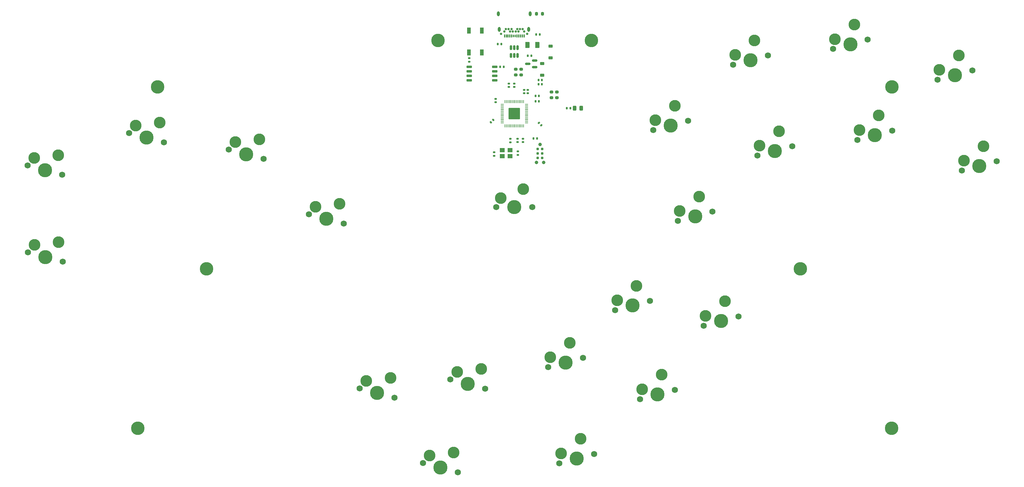
<source format=gts>
G04 #@! TF.GenerationSoftware,KiCad,Pcbnew,(7.0.0)*
G04 #@! TF.CreationDate,2023-05-22T16:41:53-07:00*
G04 #@! TF.ProjectId,OpenRectangle,4f70656e-5265-4637-9461-6e676c652e6b,rev?*
G04 #@! TF.SameCoordinates,Original*
G04 #@! TF.FileFunction,Soldermask,Top*
G04 #@! TF.FilePolarity,Negative*
%FSLAX46Y46*%
G04 Gerber Fmt 4.6, Leading zero omitted, Abs format (unit mm)*
G04 Created by KiCad (PCBNEW (7.0.0)) date 2023-05-22 16:41:53*
%MOMM*%
%LPD*%
G01*
G04 APERTURE LIST*
G04 Aperture macros list*
%AMRoundRect*
0 Rectangle with rounded corners*
0 $1 Rounding radius*
0 $2 $3 $4 $5 $6 $7 $8 $9 X,Y pos of 4 corners*
0 Add a 4 corners polygon primitive as box body*
4,1,4,$2,$3,$4,$5,$6,$7,$8,$9,$2,$3,0*
0 Add four circle primitives for the rounded corners*
1,1,$1+$1,$2,$3*
1,1,$1+$1,$4,$5*
1,1,$1+$1,$6,$7*
1,1,$1+$1,$8,$9*
0 Add four rect primitives between the rounded corners*
20,1,$1+$1,$2,$3,$4,$5,0*
20,1,$1+$1,$4,$5,$6,$7,0*
20,1,$1+$1,$6,$7,$8,$9,0*
20,1,$1+$1,$8,$9,$2,$3,0*%
G04 Aperture macros list end*
%ADD10C,3.800000*%
%ADD11C,1.750000*%
%ADD12C,3.987800*%
%ADD13R,1.100000X1.800000*%
%ADD14RoundRect,0.140000X0.170000X-0.140000X0.170000X0.140000X-0.170000X0.140000X-0.170000X-0.140000X0*%
%ADD15RoundRect,0.200000X-0.275000X0.200000X-0.275000X-0.200000X0.275000X-0.200000X0.275000X0.200000X0*%
%ADD16RoundRect,0.150000X0.587500X0.150000X-0.587500X0.150000X-0.587500X-0.150000X0.587500X-0.150000X0*%
%ADD17RoundRect,0.140000X0.140000X0.170000X-0.140000X0.170000X-0.140000X-0.170000X0.140000X-0.170000X0*%
%ADD18RoundRect,0.200000X0.275000X-0.200000X0.275000X0.200000X-0.275000X0.200000X-0.275000X-0.200000X0*%
%ADD19RoundRect,0.135000X-0.135000X-0.185000X0.135000X-0.185000X0.135000X0.185000X-0.135000X0.185000X0*%
%ADD20RoundRect,0.140000X-0.219203X-0.021213X-0.021213X-0.219203X0.219203X0.021213X0.021213X0.219203X0*%
%ADD21RoundRect,0.135000X0.135000X0.185000X-0.135000X0.185000X-0.135000X-0.185000X0.135000X-0.185000X0*%
%ADD22R,1.400000X1.200000*%
%ADD23RoundRect,0.140000X-0.021213X0.219203X-0.219203X0.021213X0.021213X-0.219203X0.219203X-0.021213X0*%
%ADD24RoundRect,0.250000X-0.375000X-0.625000X0.375000X-0.625000X0.375000X0.625000X-0.375000X0.625000X0*%
%ADD25RoundRect,0.225000X0.375000X-0.225000X0.375000X0.225000X-0.375000X0.225000X-0.375000X-0.225000X0*%
%ADD26RoundRect,0.200000X0.200000X0.275000X-0.200000X0.275000X-0.200000X-0.275000X0.200000X-0.275000X0*%
%ADD27RoundRect,0.140000X-0.140000X-0.170000X0.140000X-0.170000X0.140000X0.170000X-0.140000X0.170000X0*%
%ADD28RoundRect,0.243750X0.243750X0.456250X-0.243750X0.456250X-0.243750X-0.456250X0.243750X-0.456250X0*%
%ADD29RoundRect,0.135000X0.185000X-0.135000X0.185000X0.135000X-0.185000X0.135000X-0.185000X-0.135000X0*%
%ADD30RoundRect,0.140000X-0.170000X0.140000X-0.170000X-0.140000X0.170000X-0.140000X0.170000X0.140000X0*%
%ADD31RoundRect,0.135000X-0.185000X0.135000X-0.185000X-0.135000X0.185000X-0.135000X0.185000X0.135000X0*%
%ADD32C,0.990600*%
%ADD33C,0.787400*%
%ADD34RoundRect,0.050000X-0.387500X-0.050000X0.387500X-0.050000X0.387500X0.050000X-0.387500X0.050000X0*%
%ADD35RoundRect,0.050000X-0.050000X-0.387500X0.050000X-0.387500X0.050000X0.387500X-0.050000X0.387500X0*%
%ADD36RoundRect,0.144000X-1.456000X-1.456000X1.456000X-1.456000X1.456000X1.456000X-1.456000X1.456000X0*%
%ADD37RoundRect,0.150000X-0.150000X0.512500X-0.150000X-0.512500X0.150000X-0.512500X0.150000X0.512500X0*%
%ADD38C,0.650000*%
%ADD39R,0.300000X0.900000*%
%ADD40R,0.300000X0.700000*%
%ADD41O,0.800000X1.400000*%
%ADD42RoundRect,0.150000X-0.650000X-0.150000X0.650000X-0.150000X0.650000X0.150000X-0.650000X0.150000X0*%
%ADD43C,3.300000*%
G04 APERTURE END LIST*
D10*
X279275000Y-98760000D03*
X305060000Y-47313383D03*
D11*
X327742471Y-42697106D03*
D12*
X322835568Y-44011907D03*
D11*
X317928665Y-45326708D03*
X254489870Y-82578572D03*
D12*
X249582967Y-83893373D03*
D11*
X244676064Y-85208174D03*
X305158570Y-59663744D03*
D12*
X300251667Y-60978545D03*
D11*
X295344764Y-62293346D03*
X261782026Y-112162746D03*
D12*
X256875123Y-113477547D03*
D11*
X251968220Y-114792348D03*
D13*
X189459999Y-31399999D03*
X189459999Y-37599999D03*
X185759999Y-31399999D03*
X185759999Y-37599999D03*
D10*
X111765000Y-98760000D03*
D14*
X193344750Y-51676018D03*
X193344750Y-50716018D03*
D15*
X209030000Y-48780000D03*
X209030000Y-50430000D03*
D11*
X127836345Y-67688339D03*
D12*
X122929442Y-66373538D03*
D11*
X118022539Y-65058737D03*
X182618206Y-156222187D03*
D12*
X177711303Y-154907386D03*
D11*
X172804400Y-153592585D03*
X71102880Y-72186923D03*
D12*
X66195977Y-70872122D03*
D11*
X61289074Y-69557321D03*
X298262576Y-33994532D03*
D12*
X293355673Y-35309333D03*
D11*
X288448770Y-36624134D03*
D16*
X204290000Y-41770000D03*
X204290000Y-39870000D03*
X202415000Y-40820000D03*
D17*
X203380000Y-38580000D03*
X202420000Y-38580000D03*
D18*
X210570000Y-50425000D03*
X210570000Y-48775000D03*
D19*
X213350000Y-53360000D03*
X214370000Y-53360000D03*
D11*
X276999756Y-64128928D03*
D12*
X272092853Y-65443729D03*
D11*
X267185950Y-66758530D03*
X217983085Y-123898637D03*
D12*
X213076182Y-125213438D03*
D11*
X208169279Y-126528239D03*
D20*
X205546589Y-57476482D03*
X206225411Y-58155304D03*
D21*
X194940000Y-35230000D03*
X193920000Y-35230000D03*
D10*
X92395000Y-143800000D03*
D11*
X190380000Y-132580000D03*
D12*
X185473097Y-131265199D03*
D11*
X180566194Y-129950398D03*
D22*
X197393999Y-65189249D03*
X195193999Y-65189249D03*
X195193999Y-66889249D03*
X197393999Y-66889249D03*
D23*
X192668161Y-56698607D03*
X191989339Y-57377429D03*
D11*
X203658500Y-81326866D03*
D12*
X198578500Y-81326866D03*
D11*
X193498500Y-81326866D03*
D14*
X199567750Y-66535018D03*
X199567750Y-65575018D03*
D24*
X202310000Y-35460000D03*
X205110000Y-35460000D03*
D25*
X208830000Y-39130000D03*
X208830000Y-35830000D03*
D26*
X206520000Y-26720000D03*
X204870000Y-26720000D03*
D17*
X206400000Y-45425000D03*
X205440000Y-45425000D03*
D27*
X205440000Y-46625000D03*
X206400000Y-46625000D03*
D28*
X217425000Y-53350000D03*
X215550000Y-53350000D03*
D14*
X201345750Y-49136018D03*
X201345750Y-48176018D03*
D29*
X197437000Y-62993250D03*
X197437000Y-61973250D03*
D30*
X200993000Y-62003250D03*
X200993000Y-62963250D03*
D27*
X204577000Y-49910250D03*
X205537000Y-49910250D03*
D11*
X71246229Y-96716953D03*
D12*
X66339326Y-95402152D03*
D11*
X61432423Y-94087351D03*
X247594135Y-56910326D03*
D12*
X242687232Y-58225127D03*
D11*
X237780329Y-59539928D03*
D14*
X202361750Y-49136018D03*
X202361750Y-48176018D03*
D27*
X194620000Y-41640000D03*
X195580000Y-41640000D03*
D30*
X192865000Y-65829018D03*
X192865000Y-66789018D03*
D11*
X236815468Y-107794159D03*
D12*
X231908565Y-109108960D03*
D11*
X227001662Y-110423761D03*
X164784598Y-135118417D03*
D12*
X159877695Y-133803616D03*
D11*
X154970792Y-132488815D03*
D15*
X200540000Y-42315000D03*
X200540000Y-43965000D03*
D11*
X150458438Y-85927864D03*
D12*
X145551535Y-84613063D03*
D11*
X140644632Y-83298262D03*
D31*
X185850000Y-39210000D03*
X185850000Y-40230000D03*
D10*
X98000000Y-47313383D03*
D11*
X270103762Y-38459716D03*
D12*
X265196859Y-39774517D03*
D11*
X260289956Y-41089318D03*
X99741012Y-62982380D03*
D12*
X94834109Y-61667579D03*
D11*
X89927206Y-60352778D03*
D15*
X199010000Y-42315000D03*
X199010000Y-43965000D03*
D14*
X198580000Y-47342250D03*
X198580000Y-46382250D03*
D32*
X205850000Y-63580000D03*
X206866000Y-68660000D03*
X204834000Y-68660000D03*
D33*
X205215000Y-64850000D03*
X206485000Y-64850000D03*
X205215000Y-66120000D03*
X206485000Y-66120000D03*
X205215000Y-67390000D03*
X206485000Y-67390000D03*
D25*
X206450000Y-44060000D03*
X206450000Y-40760000D03*
D10*
X304995000Y-143800000D03*
D30*
X199469000Y-62003250D03*
X199469000Y-62963250D03*
D11*
X221054357Y-151021034D03*
D12*
X216147454Y-152335835D03*
D11*
X211240551Y-153650636D03*
D34*
X195142500Y-52295000D03*
X195142500Y-52695000D03*
X195142500Y-53095000D03*
X195142500Y-53495000D03*
X195142500Y-53895000D03*
X195142500Y-54295000D03*
X195142500Y-54695000D03*
X195142500Y-55095000D03*
X195142500Y-55495000D03*
X195142500Y-55895000D03*
X195142500Y-56295000D03*
X195142500Y-56695000D03*
X195142500Y-57095000D03*
X195142500Y-57495000D03*
D35*
X195980000Y-58332500D03*
X196380000Y-58332500D03*
X196780000Y-58332500D03*
X197180000Y-58332500D03*
X197580000Y-58332500D03*
X197980000Y-58332500D03*
X198380000Y-58332500D03*
X198780000Y-58332500D03*
X199180000Y-58332500D03*
X199580000Y-58332500D03*
X199980000Y-58332500D03*
X200380000Y-58332500D03*
X200780000Y-58332500D03*
X201180000Y-58332500D03*
D34*
X202017500Y-57495000D03*
X202017500Y-57095000D03*
X202017500Y-56695000D03*
X202017500Y-56295000D03*
X202017500Y-55895000D03*
X202017500Y-55495000D03*
X202017500Y-55095000D03*
X202017500Y-54695000D03*
X202017500Y-54295000D03*
X202017500Y-53895000D03*
X202017500Y-53495000D03*
X202017500Y-53095000D03*
X202017500Y-52695000D03*
X202017500Y-52295000D03*
D35*
X201180000Y-51457500D03*
X200780000Y-51457500D03*
X200380000Y-51457500D03*
X199980000Y-51457500D03*
X199580000Y-51457500D03*
X199180000Y-51457500D03*
X198780000Y-51457500D03*
X198380000Y-51457500D03*
X197980000Y-51457500D03*
X197580000Y-51457500D03*
X197180000Y-51457500D03*
X196780000Y-51457500D03*
X196380000Y-51457500D03*
X195980000Y-51457500D03*
D36*
X198580000Y-54895000D03*
D14*
X197056000Y-47342250D03*
X197056000Y-46382250D03*
D11*
X243886740Y-132916556D03*
D12*
X238979837Y-134231357D03*
D11*
X234072934Y-135546158D03*
D10*
X220290000Y-34240000D03*
X177100000Y-34240000D03*
D11*
X334638465Y-68366318D03*
D12*
X329731562Y-69681119D03*
D11*
X324824659Y-70995920D03*
D21*
X205010000Y-61930000D03*
X203990000Y-61930000D03*
D37*
X199530000Y-36212500D03*
X198580000Y-36212500D03*
X197630000Y-36212500D03*
X197630000Y-38487500D03*
X198580000Y-38487500D03*
X199530000Y-38487500D03*
D27*
X204577000Y-51434250D03*
X205537000Y-51434250D03*
D19*
X204750000Y-32570000D03*
X205770000Y-32570000D03*
D38*
X202178500Y-32360000D03*
X194828500Y-32360000D03*
D39*
X201328499Y-32919999D03*
X200828499Y-32919999D03*
X200328499Y-32919999D03*
X199828499Y-32919999D03*
X199328499Y-32919999D03*
D40*
X198828499Y-32919999D03*
X198328499Y-32919999D03*
D39*
X197828499Y-32919999D03*
X197328499Y-32919999D03*
X196828499Y-32919999D03*
X196328499Y-32919999D03*
X195828499Y-32919999D03*
D38*
X195778500Y-31710000D03*
X196178500Y-31010000D03*
X196978500Y-31010000D03*
X197378500Y-31710000D03*
X197778500Y-31010000D03*
X198178500Y-31710000D03*
X198978500Y-31710000D03*
X199378500Y-31010000D03*
X199778500Y-31710000D03*
X200178500Y-31010000D03*
X200978500Y-31010000D03*
X201378500Y-31710000D03*
D41*
X203068499Y-26719999D03*
X202633499Y-31109999D03*
X194373499Y-31109999D03*
X194088499Y-26719999D03*
D42*
X185850000Y-41645000D03*
X185850000Y-42915000D03*
X185850000Y-44185000D03*
X185850000Y-45455000D03*
X193050000Y-45455000D03*
X193050000Y-44185000D03*
X193050000Y-42915000D03*
X193050000Y-41645000D03*
D11*
X71102880Y-72186923D03*
D12*
X66195977Y-70872122D03*
D11*
X61289074Y-69557321D03*
D43*
X63173200Y-67432570D03*
X69964229Y-66622619D03*
D11*
X247594135Y-56910326D03*
D12*
X242687232Y-58225127D03*
D11*
X237780329Y-59539928D03*
D43*
X238349654Y-56757776D03*
X243825883Y-52660823D03*
D11*
X254489870Y-82578572D03*
D12*
X249582967Y-83893373D03*
D11*
X244676064Y-85208174D03*
D43*
X245245389Y-82426022D03*
X250721618Y-78329069D03*
D11*
X203658500Y-81326866D03*
D12*
X198578500Y-81326866D03*
D11*
X193498500Y-81326866D03*
D43*
X194768500Y-78786866D03*
X201118500Y-76246866D03*
D11*
X217983085Y-123898637D03*
D12*
X213076182Y-125213438D03*
D11*
X208169279Y-126528239D03*
D43*
X208738604Y-123746087D03*
X214214833Y-119649134D03*
D11*
X99741012Y-62982380D03*
D12*
X94834109Y-61667579D03*
D11*
X89927206Y-60352778D03*
D43*
X91811332Y-58228027D03*
X98602361Y-57418076D03*
D11*
X261782026Y-112162746D03*
D12*
X256875123Y-113477547D03*
D11*
X251968220Y-114792348D03*
D43*
X252537545Y-112010196D03*
X258013774Y-107913243D03*
D11*
X150458438Y-85927864D03*
D12*
X145551535Y-84613063D03*
D11*
X140644632Y-83298262D03*
D43*
X142528758Y-81173511D03*
X149319787Y-80363560D03*
D11*
X71208651Y-96744304D03*
D12*
X66301748Y-95429503D03*
D11*
X61394845Y-94114702D03*
D43*
X63278971Y-91989951D03*
X70070000Y-91180000D03*
D11*
X270103762Y-38459716D03*
D12*
X265196859Y-39774517D03*
D11*
X260289956Y-41089318D03*
D43*
X260859281Y-38307166D03*
X266335510Y-34210213D03*
D11*
X127836345Y-67688339D03*
D12*
X122929442Y-66373538D03*
D11*
X118022539Y-65058737D03*
D43*
X119906665Y-62933986D03*
X126697694Y-62124035D03*
D11*
X221054357Y-151021034D03*
D12*
X216147454Y-152335835D03*
D11*
X211240551Y-153650636D03*
D43*
X211809876Y-150868484D03*
X217286105Y-146771531D03*
D11*
X182618206Y-156222187D03*
D12*
X177711303Y-154907386D03*
D11*
X172804400Y-153592585D03*
D43*
X174688526Y-151467834D03*
X181479555Y-150657883D03*
D11*
X164784598Y-135118417D03*
D12*
X159877695Y-133803616D03*
D11*
X154970792Y-132488815D03*
D43*
X156854918Y-130364064D03*
X163645947Y-129554113D03*
D11*
X305158570Y-59663744D03*
D12*
X300251667Y-60978545D03*
D11*
X295344764Y-62293346D03*
D43*
X295914089Y-59511194D03*
X301390318Y-55414241D03*
D11*
X327742471Y-42697106D03*
D12*
X322835568Y-44011907D03*
D11*
X317928665Y-45326708D03*
D43*
X318497990Y-42544556D03*
X323974219Y-38447603D03*
D11*
X243886740Y-132916556D03*
D12*
X238979837Y-134231357D03*
D11*
X234072934Y-135546158D03*
D43*
X234642259Y-132764006D03*
X240118488Y-128667053D03*
D11*
X276999756Y-64128928D03*
D12*
X272092853Y-65443729D03*
D11*
X267185950Y-66758530D03*
D43*
X267755275Y-63976378D03*
X273231504Y-59879425D03*
D11*
X334638465Y-68366318D03*
D12*
X329731562Y-69681119D03*
D11*
X324824659Y-70995920D03*
D43*
X325393984Y-68213768D03*
X330870213Y-64116815D03*
D11*
X298262576Y-33994532D03*
D12*
X293355673Y-35309333D03*
D11*
X288448770Y-36624134D03*
D43*
X289018095Y-33841982D03*
X294494324Y-29745029D03*
D11*
X190385554Y-132579105D03*
D12*
X185478651Y-131264304D03*
D11*
X180571748Y-129949503D03*
D43*
X182455874Y-127824752D03*
X189246903Y-127014801D03*
D11*
X236815468Y-107794159D03*
D12*
X231908565Y-109108960D03*
D11*
X227001662Y-110423761D03*
D43*
X227570987Y-107641609D03*
X233047216Y-103544656D03*
M02*

</source>
